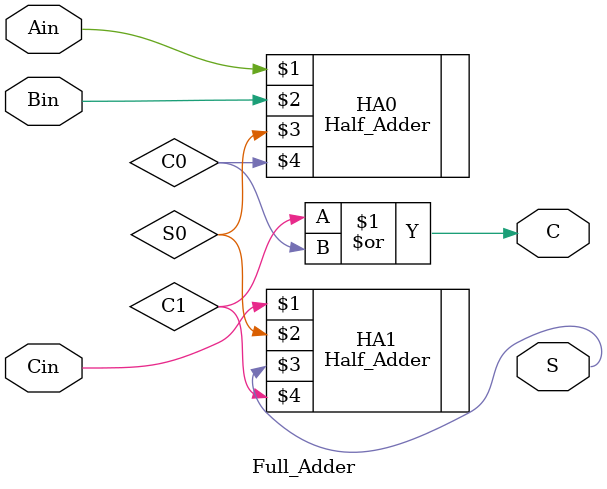
<source format=v>
`timescale 1ns / 1ps
module Full_Adder(Ain,Bin,Cin,S,C);

input Ain,Bin,Cin;
output S,C;

Half_Adder HA0(Ain,Bin,S0,C0);
Half_Adder HA1(Cin,S0,S,C1);

assign C = C1|C0;

endmodule

</source>
